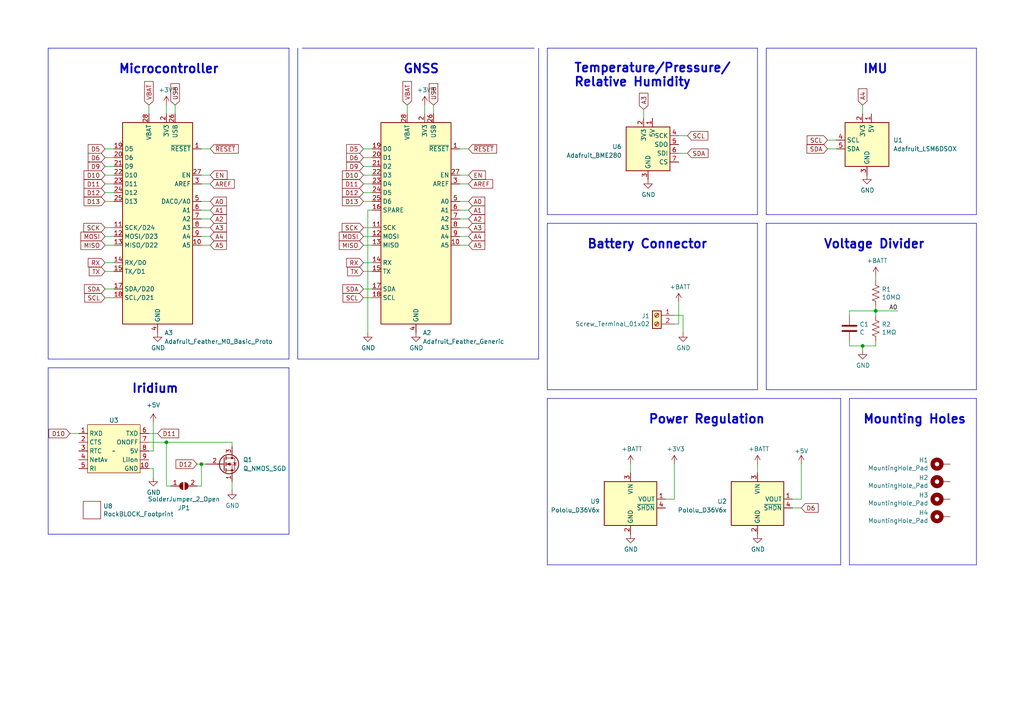
<source format=kicad_sch>
(kicad_sch (version 20231120) (generator "eeschema") (generator_version "8.0")
  (paper "A4")
  (title_block (title "Cryologger Ice Tracking Beacon") (date "2024-05-01") (rev "v3.2") (comment 1 "© 2024. This work is openly licensed via CC BY-NC-SA 4.0.") (comment 2 "Designed by: Adam Garbo"))
  (lib_symbols
    (symbol "Connector:Screw_Terminal_01x02" (pin_names (offset 1.016) hide)
      (property "Reference" "J" (at 0 2.54 0))
      (property "Value" "Screw_Terminal_01x02" (at 0 -5.08 0))
      (symbol "Screw_Terminal_01x02_1_1"
        (rectangle (start -1.27 1.27) (end 1.27 -3.81) (stroke (width 0.254)) (fill (type background)))
        (circle (center 0 -2.54) (radius 0.635) (stroke (width 0.1524)))
        (polyline (pts (xy -0.5334 -2.2098) (xy 0.3302 -3.048)) (stroke (width 0.1524)))
        (polyline (pts (xy -0.5334 0.3302) (xy 0.3302 -0.508)) (stroke (width 0.1524)))
        (polyline (pts (xy -0.3556 -2.032) (xy 0.508 -2.8702)) (stroke (width 0.1524)))
        (polyline (pts (xy -0.3556 0.508) (xy 0.508 -0.3302)) (stroke (width 0.1524)))
        (circle (center 0 0) (radius 0.635) (stroke (width 0.1524)))
        (pin passive line (at -5.08 0 0) (length 3.81) (name "Pin_1") (number "1"))
        (pin passive line (at -5.08 -2.54 0) (length 3.81) (name "Pin_2") (number "2"))
      )
    )
    (symbol "Cryologger-ITB-rescue:RockBLOCK_Footprint-Cryologger" (pin_names (offset 1.016))
      (property "Reference" "U" (at 0 8.89 0))
      (property "Value" "RockBLOCK_Footprint-Cryologger" (at 0 -10.16 0))
      (symbol "RockBLOCK_Footprint-Cryologger_0_1"
        (rectangle (start -2.54 2.54) (end 2.54 -2.54))
      )
    )
    (symbol "Cryologger:Adafruit_BME280"
      (property "Reference" "U" (at 0 8.89 0))
      (property "Value" "Adafruit_BME280" (at 0 -7.62 0))
      (symbol "Adafruit_BME280_0_1"
        (rectangle (start -6.35 6.35) (end 6.35 -6.35) (stroke (width 0.254)) (fill (type background)))
      )
      (symbol "Adafruit_BME280_1_1"
        (pin power_in line (at 1.27 8.89 270) (length 2.54) (name "5V") (number "1"))
        (pin power_in line (at -1.27 8.89 270) (length 2.54) (name "3V3") (number "2"))
        (pin power_in line (at 0 -8.89 90) (length 2.54) (name "GND") (number "3"))
        (pin input line (at 8.89 3.81 180) (length 2.54) (name "SCK") (number "4"))
        (pin input line (at 8.89 1.27 180) (length 2.54) (name "SDO") (number "5"))
        (pin input line (at 8.89 -1.27 180) (length 2.54) (name "SDI") (number "6"))
        (pin input line (at 8.89 -3.81 180) (length 2.54) (name "CS") (number "7"))
      )
    )
    (symbol "Cryologger:Adafruit_LSM6DSOX"
      (property "Reference" "U1" (at 1.9559 -8.89 0))
      (property "Value" "Adafruit_LSM6DSOX" (at 1.9559 -11.43 0))
      (symbol "Adafruit_LSM6DSOX_0_1"
        (rectangle (start -6.35 6.35) (end 6.35 -6.35) (stroke (width 0.254)) (fill (type background)))
      )
      (symbol "Adafruit_LSM6DSOX_1_1"
        (pin power_in line (at 1.27 8.89 270) (length 2.54) (name "5V") (number "1"))
        (pin power_in line (at -1.27 8.89 270) (length 2.54) (name "3V3") (number "2"))
        (pin power_in line (at 0 -8.89 90) (length 2.54) (name "GND") (number "3"))
        (pin input line (at -8.89 1.27 0) (length 2.54) (name "SCL") (number "4"))
        (pin input line (at -8.89 -1.27 0) (length 2.54) (name "SDA") (number "5"))
      )
    )
    (symbol "Cryologger:Pololu_D36V6x"
      (property "Reference" "U" (at -7.62 7.62 0))
      (property "Value" "Pololu_D36V6x" (at 10.16 7.62 0))
      (symbol "Pololu_D36V6x_0_1"
        (rectangle (start -7.62 5.08) (end 7.62 -7.62) (stroke (width 0.254)) (fill (type background)))
      )
      (symbol "Pololu_D36V6x_1_1"
        (pin power_out line (at 10.16 0 180) (length 2.54) (name "VOUT") (number "1"))
        (pin power_in line (at 0 -10.16 90) (length 2.54) (name "GND") (number "2"))
        (pin power_in line (at 0 7.62 270) (length 2.54) (name "VIN") (number "3"))
        (pin input line (at 10.16 -2.54 180) (length 2.54) (name "~{SHDN}") (number "4"))
      )
    )
    (symbol "Cryologger:RockBLOCK_9603"
      (property "Reference" "U" (at 0 0 0))
      (symbol "RockBLOCK_9603_0_1"
        (rectangle (start -7.62 7.62) (end 7.62 -6.35) (fill (type background)))
      )
      (symbol "RockBLOCK_9603_1_1"
        (pin input line (at -10.16 5.08 0) (length 2.54) (name "RXD") (number "1"))
        (pin input line (at 10.16 -5.08 180) (length 2.54) (name "GND") (number "10"))
        (pin input line (at -10.16 2.54 0) (length 2.54) (name "CTS") (number "2"))
        (pin input line (at -10.16 0 0) (length 2.54) (name "RTC") (number "3"))
        (pin input line (at -10.16 -2.54 0) (length 2.54) (name "NetAv") (number "4"))
        (pin input line (at -10.16 -5.08 0) (length 2.54) (name "RI") (number "5"))
        (pin input line (at 10.16 5.08 180) (length 2.54) (name "TXD") (number "6"))
        (pin input line (at 10.16 2.54 180) (length 2.54) (name "ONOFF") (number "7"))
        (pin input line (at 10.16 0 180) (length 2.54) (name "5V") (number "8"))
        (pin input line (at 10.16 -2.54 180) (length 2.54) (name "LiIon") (number "9"))
      )
    )
    (symbol "Device:C" (pin_numbers hide) (pin_names (offset 0.254))
      (property "Reference" "C" (at 0.635 2.54 0))
      (property "Value" "C" (at 0.635 -2.54 0))
      (symbol "C_0_1"
        (polyline (pts (xy -2.032 -0.762) (xy 2.032 -0.762)) (stroke (width 0.508)))
        (polyline (pts (xy -2.032 0.762) (xy 2.032 0.762)) (stroke (width 0.508)))
      )
      (symbol "C_1_1"
        (pin passive line (at 0 3.81 270) (length 2.794) (name "~") (number "1"))
        (pin passive line (at 0 -3.81 90) (length 2.794) (name "~") (number "2"))
      )
    )
    (symbol "Device:Q_NMOS_SGD" (pin_names (offset 0) hide)
      (property "Reference" "Q" (at 5.08 1.27 0))
      (property "Value" "Q_NMOS_SGD" (at 5.08 -1.27 0))
      (symbol "Q_NMOS_SGD_0_1"
        (polyline (pts (xy 0.254 0) (xy -2.54 0)))
        (polyline (pts (xy 0.254 1.905) (xy 0.254 -1.905)) (stroke (width 0.254)))
        (polyline (pts (xy 0.762 -1.27) (xy 0.762 -2.286)) (stroke (width 0.254)))
        (polyline (pts (xy 0.762 0.508) (xy 0.762 -0.508)) (stroke (width 0.254)))
        (polyline (pts (xy 0.762 2.286) (xy 0.762 1.27)) (stroke (width 0.254)))
        (polyline (pts (xy 2.54 2.54) (xy 2.54 1.778)))
        (polyline (pts (xy 2.54 -2.54) (xy 2.54 0) (xy 0.762 0)))
        (polyline (pts (xy 0.762 -1.778) (xy 3.302 -1.778) (xy 3.302 1.778) (xy 0.762 1.778)))
        (polyline (pts (xy 1.016 0) (xy 2.032 0.381) (xy 2.032 -0.381) (xy 1.016 0)) (fill (type outline)))
        (polyline (pts (xy 2.794 0.508) (xy 2.921 0.381) (xy 3.683 0.381) (xy 3.81 0.254)))
        (polyline (pts (xy 3.302 0.381) (xy 2.921 -0.254) (xy 3.683 -0.254) (xy 3.302 0.381)))
        (circle (center 1.651 0) (radius 2.794) (stroke (width 0.254)))
        (circle (center 2.54 -1.778) (radius 0.254) (fill (type outline)))
        (circle (center 2.54 1.778) (radius 0.254) (fill (type outline)))
      )
      (symbol "Q_NMOS_SGD_1_1"
        (pin passive line (at 2.54 -5.08 90) (length 2.54) (name "S") (number "1"))
        (pin input line (at -5.08 0 0) (length 5.08) (name "G") (number "2"))
        (pin passive line (at 2.54 5.08 270) (length 2.54) (name "D") (number "3"))
      )
    )
    (symbol "Device:R_US" (pin_numbers hide) (pin_names (offset 0))
      (property "Reference" "R" (at 2.54 0 90))
      (property "Value" "R_US" (at -2.54 0 90))
      (symbol "R_US_0_1"
        (polyline (pts (xy 0 -2.286) (xy 0 -2.54)))
        (polyline (pts (xy 0 2.286) (xy 0 2.54)))
        (polyline (pts (xy 0 -0.762) (xy 1.016 -1.143) (xy 0 -1.524) (xy -1.016 -1.905) (xy 0 -2.286)))
        (polyline (pts (xy 0 0.762) (xy 1.016 0.381) (xy 0 0) (xy -1.016 -0.381) (xy 0 -0.762)))
        (polyline (pts (xy 0 2.286) (xy 1.016 1.905) (xy 0 1.524) (xy -1.016 1.143) (xy 0 0.762)))
      )
      (symbol "R_US_1_1"
        (pin passive line (at 0 3.81 270) (length 1.27) (name "~") (number "1"))
        (pin passive line (at 0 -3.81 90) (length 1.27) (name "~") (number "2"))
      )
    )
    (symbol "Jumper:SolderJumper_2_Open" (pin_names (offset 0) hide)
      (property "Reference" "JP" (at 0 2.032 0))
      (property "Value" "SolderJumper_2_Open" (at 0 -2.54 0))
      (symbol "SolderJumper_2_Open_0_1"
        (arc (start -0.254 1.016) (mid -1.2656 0) (end -0.254 -1.016))
        (arc (start -0.254 1.016) (mid -1.2656 0) (end -0.254 -1.016) (fill (type outline)))
        (polyline (pts (xy -0.254 1.016) (xy -0.254 -1.016)))
        (polyline (pts (xy 0.254 1.016) (xy 0.254 -1.016)))
        (arc (start 0.254 -1.016) (mid 1.2656 0) (end 0.254 1.016))
        (arc (start 0.254 -1.016) (mid 1.2656 0) (end 0.254 1.016) (fill (type outline)))
      )
      (symbol "SolderJumper_2_Open_1_1"
        (pin passive line (at -3.81 0 0) (length 2.54) (name "A") (number "1"))
        (pin passive line (at 3.81 0 180) (length 2.54) (name "B") (number "2"))
      )
    )
    (symbol "MCU_Module:Adafruit_Feather_Generic"
      (property "Reference" "A" (at -10.16 29.21 0))
      (property "Value" "Adafruit_Feather_Generic" (at 2.54 -31.75 0))
      (symbol "Adafruit_Feather_Generic_0_1"
        (rectangle (start -10.16 27.94) (end 10.16 -30.48) (stroke (width 0.254)) (fill (type background)))
      )
      (symbol "Adafruit_Feather_Generic_1_1"
        (pin input line (at 12.7 20.32 180) (length 2.54) (name "~{RESET}") (number "1"))
        (pin bidirectional line (at 12.7 -7.62 180) (length 2.54) (name "A5") (number "10"))
        (pin bidirectional line (at -12.7 -2.54 0) (length 2.54) (name "SCK") (number "11"))
        (pin bidirectional line (at -12.7 -5.08 0) (length 2.54) (name "MOSI") (number "12"))
        (pin bidirectional line (at -12.7 -7.62 0) (length 2.54) (name "MISO") (number "13"))
        (pin bidirectional line (at -12.7 -12.7 0) (length 2.54) (name "RX") (number "14"))
        (pin bidirectional line (at -12.7 -15.24 0) (length 2.54) (name "TX") (number "15"))
        (pin bidirectional line (at -12.7 2.54 0) (length 2.54) (name "SPARE") (number "16"))
        (pin bidirectional line (at -12.7 -20.32 0) (length 2.54) (name "SDA") (number "17"))
        (pin bidirectional line (at -12.7 -22.86 0) (length 2.54) (name "SCL") (number "18"))
        (pin bidirectional line (at -12.7 20.32 0) (length 2.54) (name "D0") (number "19"))
        (pin power_in line (at 2.54 30.48 270) (length 2.54) (name "3V3") (number "2"))
        (pin bidirectional line (at -12.7 17.78 0) (length 2.54) (name "D1") (number "20"))
        (pin bidirectional line (at -12.7 15.24 0) (length 2.54) (name "D2") (number "21"))
        (pin bidirectional line (at -12.7 12.7 0) (length 2.54) (name "D3") (number "22"))
        (pin bidirectional line (at -12.7 10.16 0) (length 2.54) (name "D4") (number "23"))
        (pin bidirectional line (at -12.7 7.62 0) (length 2.54) (name "D5") (number "24"))
        (pin bidirectional line (at -12.7 5.08 0) (length 2.54) (name "D6") (number "25"))
        (pin power_in line (at 5.08 30.48 270) (length 2.54) (name "USB") (number "26"))
        (pin input line (at 12.7 12.7 180) (length 2.54) (name "EN") (number "27"))
        (pin power_in line (at -2.54 30.48 270) (length 2.54) (name "VBAT") (number "28"))
        (pin input line (at 12.7 10.16 180) (length 2.54) (name "AREF") (number "3"))
        (pin power_in line (at 0 -33.02 90) (length 2.54) (name "GND") (number "4"))
        (pin bidirectional line (at 12.7 5.08 180) (length 2.54) (name "A0") (number "5"))
        (pin bidirectional line (at 12.7 2.54 180) (length 2.54) (name "A1") (number "6"))
        (pin bidirectional line (at 12.7 0 180) (length 2.54) (name "A2") (number "7"))
        (pin bidirectional line (at 12.7 -2.54 180) (length 2.54) (name "A3") (number "8"))
        (pin bidirectional line (at 12.7 -5.08 180) (length 2.54) (name "A4") (number "9"))
      )
    )
    (symbol "MCU_Module:Adafruit_Feather_M0_Basic_Proto"
      (property "Reference" "A" (at -10.16 29.21 0))
      (property "Value" "Adafruit_Feather_M0_Basic_Proto" (at 2.54 -31.75 0))
      (symbol "Adafruit_Feather_M0_Basic_Proto_0_1"
        (rectangle (start -10.16 27.94) (end 10.16 -30.48) (stroke (width 0.254)) (fill (type background)))
      )
      (symbol "Adafruit_Feather_M0_Basic_Proto_1_1"
        (pin input line (at 12.7 20.32 180) (length 2.54) (name "~{RESET}") (number "1"))
        (pin bidirectional line (at 12.7 -7.62 180) (length 2.54) (name "A5") (number "10"))
        (pin bidirectional line (at -12.7 -2.54 0) (length 2.54) (name "SCK/D24") (number "11"))
        (pin bidirectional line (at -12.7 -5.08 0) (length 2.54) (name "MOSI/D23") (number "12"))
        (pin bidirectional line (at -12.7 -7.62 0) (length 2.54) (name "MISO/D22") (number "13"))
        (pin bidirectional line (at -12.7 -12.7 0) (length 2.54) (name "RX/D0") (number "14"))
        (pin bidirectional line (at -12.7 -15.24 0) (length 2.54) (name "TX/D1") (number "15"))
        (pin passive line (at 0 -33.02 90) (length 2.54) hide (name "GND") (number "16"))
        (pin bidirectional line (at -12.7 -20.32 0) (length 2.54) (name "SDA/D20") (number "17"))
        (pin bidirectional line (at -12.7 -22.86 0) (length 2.54) (name "SCL/D21") (number "18"))
        (pin bidirectional line (at -12.7 20.32 0) (length 2.54) (name "D5") (number "19"))
        (pin power_in line (at 2.54 30.48 270) (length 2.54) (name "3V3") (number "2"))
        (pin bidirectional line (at -12.7 17.78 0) (length 2.54) (name "D6") (number "20"))
        (pin bidirectional line (at -12.7 15.24 0) (length 2.54) (name "D9") (number "21"))
        (pin bidirectional line (at -12.7 12.7 0) (length 2.54) (name "D10") (number "22"))
        (pin bidirectional line (at -12.7 10.16 0) (length 2.54) (name "D11") (number "23"))
        (pin bidirectional line (at -12.7 7.62 0) (length 2.54) (name "D12") (number "24"))
        (pin bidirectional line (at -12.7 5.08 0) (length 2.54) (name "D13") (number "25"))
        (pin power_in line (at 5.08 30.48 270) (length 2.54) (name "USB") (number "26"))
        (pin input line (at 12.7 12.7 180) (length 2.54) (name "EN") (number "27"))
        (pin power_in line (at -2.54 30.48 270) (length 2.54) (name "VBAT") (number "28"))
        (pin input line (at 12.7 10.16 180) (length 2.54) (name "AREF") (number "3"))
        (pin power_in line (at 0 -33.02 90) (length 2.54) (name "GND") (number "4"))
        (pin bidirectional line (at 12.7 5.08 180) (length 2.54) (name "DAC0/A0") (number "5"))
        (pin bidirectional line (at 12.7 2.54 180) (length 2.54) (name "A1") (number "6"))
        (pin bidirectional line (at 12.7 0 180) (length 2.54) (name "A2") (number "7"))
        (pin bidirectional line (at 12.7 -2.54 180) (length 2.54) (name "A3") (number "8"))
        (pin bidirectional line (at 12.7 -5.08 180) (length 2.54) (name "A4") (number "9"))
      )
    )
    (symbol "Mechanical:MountingHole_Pad" (pin_numbers hide) (pin_names (offset 1.016) hide)
      (property "Reference" "H" (at 0 6.35 0))
      (property "Value" "MountingHole_Pad" (at 0 4.445 0))
      (symbol "MountingHole_Pad_0_1"
        (circle (center 0 1.27) (radius 1.27) (stroke (width 1.27)))
      )
      (symbol "MountingHole_Pad_1_1"
        (pin input line (at 0 -2.54 90) (length 2.54) (name "1") (number "1"))
      )
    )
    (symbol "power:+3V3" (power) (pin_names (offset 0))
      (property "Value" "+3V3" (at 0 3.556 0))
      (symbol "+3V3_0_1"
        (polyline (pts (xy -0.762 1.27) (xy 0 2.54)))
        (polyline (pts (xy 0 0) (xy 0 2.54)))
        (polyline (pts (xy 0 2.54) (xy 0.762 1.27)))
      )
      (symbol "+3V3_1_1"
        (pin power_in line (at 0 0 90) (length 0) hide (name "+3V3") (number "1"))
      )
    )
    (symbol "power:+5V" (power) (pin_names (offset 0))
      (property "Value" "+5V" (at 0 3.556 0))
      (symbol "+5V_0_1"
        (polyline (pts (xy -0.762 1.27) (xy 0 2.54)))
        (polyline (pts (xy 0 0) (xy 0 2.54)))
        (polyline (pts (xy 0 2.54) (xy 0.762 1.27)))
      )
      (symbol "+5V_1_1"
        (pin power_in line (at 0 0 90) (length 0) hide (name "+5V") (number "1"))
      )
    )
    (symbol "power:+BATT" (power) (pin_names (offset 0))
      (property "Value" "+BATT" (at 0 3.556 0))
      (symbol "+BATT_0_1"
        (polyline (pts (xy -0.762 1.27) (xy 0 2.54)))
        (polyline (pts (xy 0 0) (xy 0 2.54)))
        (polyline (pts (xy 0 2.54) (xy 0.762 1.27)))
      )
      (symbol "+BATT_1_1"
        (pin power_in line (at 0 0 90) (length 0) hide (name "+BATT") (number "1"))
      )
    )
    (symbol "power:GND" (power) (pin_names (offset 0))
      (property "Value" "GND" (at 0 -3.81 0))
      (symbol "GND_0_1"
        (polyline (pts (xy 0 0) (xy 0 -1.27) (xy 1.27 -1.27) (xy 0 -2.54) (xy -1.27 -1.27) (xy 0 -1.27)))
      )
      (symbol "GND_1_1"
        (pin power_in line (at 0 0 270) (length 0) hide (name "GND") (number "1"))
      )
    )
  )
  (junction (at 250.19 100.33))
  (junction (at 48.26 128.27))
  (junction (at 254 90.17))
  (junction (at 58.42 134.62))
  (polyline (pts (xy 158.75 64.77) (xy 219.71 64.77)))
  (polyline (pts (xy 246.38 163.83) (xy 246.38 115.57)))
  (polyline (pts (xy 283.21 113.03) (xy 222.25 113.03)))
  (wire (pts (xy 30.48 53.34) (xy 33.02 53.34)))
  (wire (pts (xy 182.88 137.16) (xy 182.88 134.62)))
  (wire (pts (xy 60.96 71.12) (xy 58.42 71.12)))
  (wire (pts (xy 254 81.28) (xy 254 80.01)))
  (polyline (pts (xy 219.71 64.77) (xy 219.71 113.03)))
  (wire (pts (xy 22.86 125.73) (xy 20.32 125.73)))
  (wire (pts (xy 43.18 128.27) (xy 48.26 128.27)))
  (wire (pts (xy 186.69 34.29) (xy 186.69 31.75)))
  (polyline (pts (xy 222.25 113.03) (xy 222.25 64.77)))
  (polyline (pts (xy 243.84 115.57) (xy 243.84 163.83)))
  (wire (pts (xy 254 91.44) (xy 254 90.17)))
  (wire (pts (xy 135.89 50.8) (xy 133.35 50.8)))
  (wire (pts (xy 135.89 60.96) (xy 133.35 60.96)))
  (wire (pts (xy 193.04 144.78) (xy 195.58 144.78)))
  (polyline (pts (xy 283.21 62.23) (xy 283.21 13.97)))
  (wire (pts (xy 67.31 139.7) (xy 67.31 142.24)))
  (wire (pts (xy 135.89 66.04) (xy 133.35 66.04)))
  (wire (pts (xy 105.41 50.8) (xy 107.95 50.8)))
  (wire (pts (xy 135.89 68.58) (xy 133.35 68.58)))
  (polyline (pts (xy 83.82 154.94) (xy 13.97 154.94)))
  (wire (pts (xy 43.18 30.48) (xy 43.18 33.02)))
  (polyline (pts (xy 83.82 13.97) (xy 83.82 104.14)))
  (wire (pts (xy 30.48 55.88) (xy 33.02 55.88)))
  (wire (pts (xy 30.48 86.36) (xy 33.02 86.36)))
  (wire (pts (xy 44.45 135.89) (xy 44.45 138.43)))
  (wire (pts (xy 30.48 71.12) (xy 33.02 71.12)))
  (wire (pts (xy 67.31 128.27) (xy 67.31 129.54)))
  (polyline (pts (xy 13.97 104.14) (xy 83.82 104.14)))
  (wire (pts (xy 60.96 50.8) (xy 58.42 50.8)))
  (wire (pts (xy 105.41 45.72) (xy 107.95 45.72)))
  (wire (pts (xy 135.89 71.12) (xy 133.35 71.12)))
  (wire (pts (xy 30.48 66.04) (xy 33.02 66.04)))
  (wire (pts (xy 240.03 43.18) (xy 242.57 43.18)))
  (polyline (pts (xy 222.25 62.23) (xy 283.21 62.23)))
  (wire (pts (xy 246.38 91.44) (xy 246.38 90.17)))
  (polyline (pts (xy 219.71 13.97) (xy 158.75 13.97)))
  (wire (pts (xy 199.39 39.37) (xy 196.85 39.37)))
  (wire (pts (xy 135.89 53.34) (xy 133.35 53.34)))
  (wire (pts (xy 125.73 30.48) (xy 125.73 33.02)))
  (wire (pts (xy 60.96 63.5) (xy 58.42 63.5)))
  (polyline (pts (xy 283.21 163.83) (xy 246.38 163.83)))
  (wire (pts (xy 232.41 134.62) (xy 232.41 144.78)))
  (wire (pts (xy 60.96 53.34) (xy 58.42 53.34)))
  (polyline (pts (xy 219.71 62.23) (xy 219.71 13.97)))
  (polyline (pts (xy 222.25 62.23) (xy 222.25 13.97)))
  (wire (pts (xy 105.41 83.82) (xy 107.95 83.82)))
  (wire (pts (xy 60.96 60.96) (xy 58.42 60.96)))
  (wire (pts (xy 250.19 33.02) (xy 250.19 30.48)))
  (polyline (pts (xy 246.38 115.57) (xy 283.21 115.57)))
  (wire (pts (xy 105.41 55.88) (xy 107.95 55.88)))
  (wire (pts (xy 123.19 30.48) (xy 123.19 33.02)))
  (wire (pts (xy 30.48 83.82) (xy 33.02 83.82)))
  (wire (pts (xy 198.12 91.44) (xy 198.12 96.52)))
  (polyline (pts (xy 87.63 13.97) (xy 154.94 13.97)))
  (wire (pts (xy 60.96 43.18) (xy 58.42 43.18)))
  (wire (pts (xy 60.96 66.04) (xy 58.42 66.04)))
  (wire (pts (xy 135.89 58.42) (xy 133.35 58.42)))
  (wire (pts (xy 229.87 147.32) (xy 232.41 147.32)))
  (wire (pts (xy 250.19 100.33) (xy 246.38 100.33)))
  (wire (pts (xy 106.68 96.52) (xy 106.68 60.96)))
  (polyline (pts (xy 158.75 62.23) (xy 219.71 62.23)))
  (polyline (pts (xy 222.25 64.77) (xy 283.21 64.77)))
  (wire (pts (xy 57.15 134.62) (xy 58.42 134.62)))
  (wire (pts (xy 50.8 30.48) (xy 50.8 33.02)))
  (wire (pts (xy 58.42 134.62) (xy 58.42 140.97)))
  (wire (pts (xy 60.96 58.42) (xy 58.42 58.42)))
  (wire (pts (xy 30.48 68.58) (xy 33.02 68.58)))
  (polyline (pts (xy 158.75 115.57) (xy 158.75 163.83)))
  (wire (pts (xy 196.85 44.45) (xy 199.39 44.45)))
  (wire (pts (xy 105.41 58.42) (xy 107.95 58.42)))
  (polyline (pts (xy 13.97 13.97) (xy 13.97 104.14)))
  (wire (pts (xy 30.48 76.2) (xy 33.02 76.2)))
  (wire (pts (xy 30.48 78.74) (xy 33.02 78.74)))
  (polyline (pts (xy 83.82 106.68) (xy 83.82 154.94)))
  (wire (pts (xy 195.58 91.44) (xy 198.12 91.44)))
  (wire (pts (xy 254 90.17) (xy 260.35 90.17)))
  (wire (pts (xy 44.45 130.81) (xy 44.45 122.555)))
  (wire (pts (xy 246.38 100.33) (xy 246.38 99.06)))
  (wire (pts (xy 195.58 93.98) (xy 196.85 93.98)))
  (wire (pts (xy 254 99.06) (xy 254 100.33)))
  (wire (pts (xy 43.18 135.89) (xy 44.45 135.89)))
  (polyline (pts (xy 86.36 104.14) (xy 86.36 13.97)))
  (wire (pts (xy 105.41 86.36) (xy 107.95 86.36)))
  (wire (pts (xy 135.89 43.18) (xy 133.35 43.18)))
  (wire (pts (xy 105.41 78.74) (xy 107.95 78.74)))
  (wire (pts (xy 195.58 134.62) (xy 195.58 144.78)))
  (wire (pts (xy 254 90.17) (xy 254 88.9)))
  (polyline (pts (xy 283.21 115.57) (xy 283.21 163.83)))
  (wire (pts (xy 105.41 71.12) (xy 107.95 71.12)))
  (wire (pts (xy 105.41 48.26) (xy 107.95 48.26)))
  (wire (pts (xy 118.11 30.48) (xy 118.11 33.02)))
  (wire (pts (xy 48.26 30.48) (xy 48.26 33.02)))
  (wire (pts (xy 229.87 144.78) (xy 232.41 144.78)))
  (wire (pts (xy 135.89 63.5) (xy 133.35 63.5)))
  (wire (pts (xy 219.71 137.16) (xy 219.71 134.62)))
  (polyline (pts (xy 158.75 13.97) (xy 158.75 62.23)))
  (wire (pts (xy 105.41 68.58) (xy 107.95 68.58)))
  (wire (pts (xy 30.48 48.26) (xy 33.02 48.26)))
  (polyline (pts (xy 13.97 154.94) (xy 13.97 106.68)))
  (wire (pts (xy 105.41 76.2) (xy 107.95 76.2)))
  (polyline (pts (xy 156.21 13.97) (xy 156.21 104.14)))
  (polyline (pts (xy 219.71 113.03) (xy 158.75 113.03)))
  (wire (pts (xy 105.41 53.34) (xy 107.95 53.34)))
  (wire (pts (xy 48.26 140.97) (xy 49.53 140.97)))
  (wire (pts (xy 45.72 125.73) (xy 43.18 125.73)))
  (wire (pts (xy 30.48 50.8) (xy 33.02 50.8)))
  (wire (pts (xy 106.68 60.96) (xy 107.95 60.96)))
  (wire (pts (xy 60.96 68.58) (xy 58.42 68.58)))
  (wire (pts (xy 30.48 58.42) (xy 33.02 58.42)))
  (wire (pts (xy 57.15 140.97) (xy 58.42 140.97)))
  (polyline (pts (xy 158.75 113.03) (xy 158.75 64.77)))
  (wire (pts (xy 58.42 134.62) (xy 59.69 134.62)))
  (wire (pts (xy 196.85 93.98) (xy 196.85 87.63)))
  (wire (pts (xy 105.41 43.18) (xy 107.95 43.18)))
  (wire (pts (xy 43.18 130.81) (xy 44.45 130.81)))
  (wire (pts (xy 254 100.33) (xy 250.19 100.33)))
  (polyline (pts (xy 158.75 115.57) (xy 243.84 115.57)))
  (wire (pts (xy 48.26 128.27) (xy 67.31 128.27)))
  (polyline (pts (xy 158.75 163.83) (xy 243.84 163.83)))
  (polyline (pts (xy 13.97 13.97) (xy 83.82 13.97)))
  (wire (pts (xy 105.41 66.04) (xy 107.95 66.04)))
  (polyline (pts (xy 222.25 13.97) (xy 283.21 13.97)))
  (wire (pts (xy 48.26 128.27) (xy 48.26 140.97)))
  (polyline (pts (xy 283.21 64.77) (xy 283.21 113.03)))
  (polyline (pts (xy 86.36 104.14) (xy 156.21 104.14)))
  (wire (pts (xy 250.19 101.6) (xy 250.19 100.33)))
  (polyline (pts (xy 13.97 106.68) (xy 83.82 106.68)))
  (wire (pts (xy 242.57 40.64) (xy 240.03 40.64)))
  (wire (pts (xy 30.48 43.18) (xy 33.02 43.18)))
  (wire (pts (xy 30.48 45.72) (xy 33.02 45.72)))
  (wire (pts (xy 246.38 90.17) (xy 254 90.17)))
  (text "Microcontroller" (at 34.29 21.59 0) (effects (font (size 2.54 2.54) (thickness 0.508) (bold yes)) (justify left bottom)))
  (text "Power Regulation" (at 187.96 123.19 0) (effects (font (size 2.54 2.54) (thickness 0.508) (bold yes)) (justify left bottom)))
  (text "Iridium" (at 38.1 114.3 0) (effects (font (size 2.54 2.54) (thickness 0.508) (bold yes)) (justify left bottom)))
  (text "Mounting Holes" (at 250.19 123.19 0) (effects (font (size 2.54 2.54) (thickness 0.508) (bold yes)) (justify left bottom)))
  (text "Battery Connector\n" (at 170.18 72.39 0) (effects (font (size 2.54 2.54) (thickness 0.508) (bold yes)) (justify left bottom)))
  (text "IMU" (at 250.19 21.59 0) (effects (font (size 2.54 2.54) (thickness 0.508) (bold yes)) (justify left bottom)))
  (text "Voltage Divider" (at 238.76 72.39 0) (effects (font (size 2.54 2.54) (thickness 0.508) (bold yes)) (justify left bottom)))
  (text "Temperature/Pressure/\nRelative Humidity\n" (at 166.37 25.4 0) (effects (font (size 2.54 2.54) (thickness 0.508) (bold yes)) (justify left bottom)))
  (text "GNSS" (at 116.84 21.59 0) (effects (font (size 2.54 2.54) (thickness 0.508) (bold yes)) (justify left bottom)))
  (label "A0" (at 260.35 90.17 180))
  (global_label "A0" (shape input) (at 135.89 58.42 0) (property "Intersheetrefs" "${INTERSHEET_REFS}" (effects (hide yes))))
  (global_label "A1" (shape input) (at 60.96 60.96 0) (property "Intersheetrefs" "${INTERSHEET_REFS}" (effects (hide yes))))
  (global_label "RX" (shape input) (at 105.41 76.2 180) (property "Intersheetrefs" "${INTERSHEET_REFS}" (effects (hide yes))))
  (global_label "D12" (shape input) (at 30.48 55.88 180) (property "Intersheetrefs" "${INTERSHEET_REFS}" (effects (hide yes))))
  (global_label "D5" (shape input) (at 30.48 43.18 180) (property "Intersheetrefs" "${INTERSHEET_REFS}" (effects (hide yes))))
  (global_label "D11" (shape input) (at 30.48 53.34 180) (property "Intersheetrefs" "${INTERSHEET_REFS}" (effects (hide yes))))
  (global_label "D9" (shape input) (at 30.48 48.26 180) (property "Intersheetrefs" "${INTERSHEET_REFS}" (effects (hide yes))))
  (global_label "D12" (shape input) (at 105.41 55.88 180) (property "Intersheetrefs" "${INTERSHEET_REFS}" (effects (hide yes))))
  (global_label "A3" (shape input) (at 135.89 66.04 0) (property "Intersheetrefs" "${INTERSHEET_REFS}" (effects (hide yes))))
  (global_label "A5" (shape input) (at 60.96 71.12 0) (property "Intersheetrefs" "${INTERSHEET_REFS}" (effects (hide yes))))
  (global_label "RX" (shape input) (at 30.48 76.2 180) (property "Intersheetrefs" "${INTERSHEET_REFS}" (effects (hide yes))))
  (global_label "~{RESET}" (shape input) (at 135.89 43.18 0) (property "Intersheetrefs" "${INTERSHEET_REFS}" (effects (hide yes))))
  (global_label "D10" (shape input) (at 20.32 125.73 180) (property "Intersheetrefs" "${INTERSHEET_REFS}" (effects (hide yes))))
  (global_label "A2" (shape input) (at 135.89 63.5 0) (property "Intersheetrefs" "${INTERSHEET_REFS}" (effects (hide yes))))
  (global_label "MISO" (shape input) (at 30.48 71.12 180) (property "Intersheetrefs" "${INTERSHEET_REFS}" (effects (hide yes))))
  (global_label "D11" (shape input) (at 105.41 53.34 180) (property "Intersheetrefs" "${INTERSHEET_REFS}" (effects (hide yes))))
  (global_label "D6" (shape input) (at 232.41 147.32 0) (property "Intersheetrefs" "${INTERSHEET_REFS}" (effects (hide yes))))
  (global_label "A3" (shape input) (at 60.96 66.04 0) (property "Intersheetrefs" "${INTERSHEET_REFS}" (effects (hide yes))))
  (global_label "EN" (shape input) (at 60.96 50.8 0) (property "Intersheetrefs" "${INTERSHEET_REFS}" (effects (hide yes))))
  (global_label "D9" (shape input) (at 105.41 48.26 180) (property "Intersheetrefs" "${INTERSHEET_REFS}" (effects (hide yes))))
  (global_label "A3" (shape input) (at 186.69 31.75 90) (property "Intersheetrefs" "${INTERSHEET_REFS}" (effects (hide yes))))
  (global_label "D10" (shape input) (at 105.41 50.8 180) (property "Intersheetrefs" "${INTERSHEET_REFS}" (effects (hide yes))))
  (global_label "TX" (shape input) (at 105.41 78.74 180) (property "Intersheetrefs" "${INTERSHEET_REFS}" (effects (hide yes))))
  (global_label "A1" (shape input) (at 135.89 60.96 0) (property "Intersheetrefs" "${INTERSHEET_REFS}" (effects (hide yes))))
  (global_label "TX" (shape input) (at 30.48 78.74 180) (property "Intersheetrefs" "${INTERSHEET_REFS}" (effects (hide yes))))
  (global_label "SDA" (shape input) (at 30.48 83.82 180) (property "Intersheetrefs" "${INTERSHEET_REFS}" (effects (hide yes))))
  (global_label "A4" (shape input) (at 60.96 68.58 0) (property "Intersheetrefs" "${INTERSHEET_REFS}" (effects (hide yes))))
  (global_label "SCL" (shape input) (at 105.41 86.36 180) (property "Intersheetrefs" "${INTERSHEET_REFS}" (effects (hide yes))))
  (global_label "EN" (shape input) (at 135.89 50.8 0) (property "Intersheetrefs" "${INTERSHEET_REFS}" (effects (hide yes))))
  (global_label "D11" (shape input) (at 45.72 125.73 0) (property "Intersheetrefs" "${INTERSHEET_REFS}" (effects (hide yes))))
  (global_label "D12" (shape input) (at 57.15 134.62 180) (property "Intersheetrefs" "${INTERSHEET_REFS}" (effects (hide yes))))
  (global_label "SCL" (shape input) (at 199.39 39.37 0) (property "Intersheetrefs" "${INTERSHEET_REFS}" (effects (hide yes))))
  (global_label "SDA" (shape input) (at 199.39 44.45 0) (property "Intersheetrefs" "${INTERSHEET_REFS}" (effects (hide yes))))
  (global_label "AREF" (shape input) (at 135.89 53.34 0) (property "Intersheetrefs" "${INTERSHEET_REFS}" (effects (hide yes))))
  (global_label "SCL" (shape input) (at 30.48 86.36 180) (property "Intersheetrefs" "${INTERSHEET_REFS}" (effects (hide yes))))
  (global_label "~{RESET}" (shape input) (at 60.96 43.18 0) (property "Intersheetrefs" "${INTERSHEET_REFS}" (effects (hide yes))))
  (global_label "A5" (shape input) (at 135.89 71.12 0) (property "Intersheetrefs" "${INTERSHEET_REFS}" (effects (hide yes))))
  (global_label "A4" (shape input) (at 250.19 30.48 90) (property "Intersheetrefs" "${INTERSHEET_REFS}" (effects (hide yes))))
  (global_label "D6" (shape input) (at 105.41 45.72 180) (property "Intersheetrefs" "${INTERSHEET_REFS}" (effects (hide yes))))
  (global_label "D13" (shape input) (at 30.48 58.42 180) (property "Intersheetrefs" "${INTERSHEET_REFS}" (effects (hide yes))))
  (global_label "MISO" (shape input) (at 105.41 71.12 180) (property "Intersheetrefs" "${INTERSHEET_REFS}" (effects (hide yes))))
  (global_label "D13" (shape input) (at 105.41 58.42 180) (property "Intersheetrefs" "${INTERSHEET_REFS}" (effects (hide yes))))
  (global_label "A4" (shape input) (at 135.89 68.58 0) (property "Intersheetrefs" "${INTERSHEET_REFS}" (effects (hide yes))))
  (global_label "VBAT" (shape input) (at 43.18 30.48 90) (property "Intersheetrefs" "${INTERSHEET_REFS}" (effects (hide yes))))
  (global_label "AREF" (shape input) (at 60.96 53.34 0) (property "Intersheetrefs" "${INTERSHEET_REFS}" (effects (hide yes))))
  (global_label "MOSI" (shape input) (at 105.41 68.58 180) (property "Intersheetrefs" "${INTERSHEET_REFS}" (effects (hide yes))))
  (global_label "SCK" (shape input) (at 105.41 66.04 180) (property "Intersheetrefs" "${INTERSHEET_REFS}" (effects (hide yes))))
  (global_label "A0" (shape input) (at 60.96 58.42 0) (property "Intersheetrefs" "${INTERSHEET_REFS}" (effects (hide yes))))
  (global_label "A2" (shape input) (at 60.96 63.5 0) (property "Intersheetrefs" "${INTERSHEET_REFS}" (effects (hide yes))))
  (global_label "D5" (shape input) (at 105.41 43.18 180) (property "Intersheetrefs" "${INTERSHEET_REFS}" (effects (hide yes))))
  (global_label "D10" (shape input) (at 30.48 50.8 180) (property "Intersheetrefs" "${INTERSHEET_REFS}" (effects (hide yes))))
  (global_label "VBAT" (shape input) (at 118.11 30.48 90) (property "Intersheetrefs" "${INTERSHEET_REFS}" (effects (hide yes))))
  (global_label "MOSI" (shape input) (at 30.48 68.58 180) (property "Intersheetrefs" "${INTERSHEET_REFS}" (effects (hide yes))))
  (global_label "USB" (shape input) (at 125.73 30.48 90) (property "Intersheetrefs" "${INTERSHEET_REFS}" (effects (hide yes))))
  (global_label "SDA" (shape input) (at 105.41 83.82 180) (property "Intersheetrefs" "${INTERSHEET_REFS}" (effects (hide yes))))
  (global_label "USB" (shape input) (at 50.8 30.48 90) (property "Intersheetrefs" "${INTERSHEET_REFS}" (effects (hide yes))))
  (global_label "SCK" (shape input) (at 30.48 66.04 180) (property "Intersheetrefs" "${INTERSHEET_REFS}" (effects (hide yes))))
  (global_label "SDA" (shape input) (at 240.03 43.18 180) (property "Intersheetrefs" "${INTERSHEET_REFS}" (effects (hide yes))))
  (global_label "D6" (shape input) (at 30.48 45.72 180) (property "Intersheetrefs" "${INTERSHEET_REFS}" (effects (hide yes))))
  (global_label "SCL" (shape input) (at 240.03 40.64 180) (property "Intersheetrefs" "${INTERSHEET_REFS}" (effects (hide yes))))
  (symbol (lib_id "Mechanical:MountingHole_Pad") (at 273.05 134.62 90) (unit 1)
    (property "Reference" "H1" (at 269.2654 133.4516 90) (effects (justify left)))
    (property "Value" "MountingHole_Pad" (at 269.2654 135.763 90) (effects (justify left)))
    (property "Footprint" "MountingHole:MountingHole_3mm_Pad" (effects (hide yes)))
  )
  (symbol (lib_id "Mechanical:MountingHole_Pad") (at 273.05 139.7 90) (unit 1)
    (property "Reference" "H2" (at 269.2654 138.5316 90) (effects (justify left)))
    (property "Value" "MountingHole_Pad" (at 269.2654 140.843 90) (effects (justify left)))
    (property "Footprint" "MountingHole:MountingHole_3mm_Pad" (effects (hide yes)))
  )
  (symbol (lib_id "Mechanical:MountingHole_Pad") (at 273.05 144.78 90) (unit 1)
    (property "Reference" "H3" (at 269.2654 143.6116 90) (effects (justify left)))
    (property "Value" "MountingHole_Pad" (at 269.2654 145.923 90) (effects (justify left)))
    (property "Footprint" "MountingHole:MountingHole_3mm_Pad" (effects (hide yes)))
  )
  (symbol (lib_id "Mechanical:MountingHole_Pad") (at 273.05 149.86 90) (unit 1)
    (property "Reference" "H4" (at 269.2654 148.6916 90) (effects (justify left)))
    (property "Value" "MountingHole_Pad" (at 269.2654 151.003 90) (effects (justify left)))
    (property "Footprint" "MountingHole:MountingHole_3mm_Pad" (effects (hide yes)))
  )
  (symbol (lib_id "power:GND") (at 198.12 96.52 0) (unit 1)
    (property "Reference" "#PWR016" (effects (hide yes)))
    (property "Value" "GND" (at 198.247 100.9142 0))
  )
  (symbol (lib_id "Connector:Screw_Terminal_01x02") (at 190.5 91.44 0) (mirror y) (unit 1)
    (property "Reference" "J1" (at 188.468 91.6432 0) (effects (justify left)))
    (property "Value" "Screw_Terminal_01x02" (at 188.468 93.9546 0) (effects (justify left)))
    (property "Footprint" "Connector_Phoenix_MSTB:PhoenixContact_MSTBA_2,5_2-G-5,08_1x02_P5.08mm_Horizontal" (effects (hide yes)))
  )
  (symbol (lib_id "power:GND") (at 251.46 50.8 0) (unit 1)
    (property "Reference" "#PWR03" (effects (hide yes)))
    (property "Value" "GND" (at 251.587 55.1942 0))
  )
  (symbol (lib_id "Device:R_US") (at 254 85.09 0) (unit 1)
    (property "Reference" "R1" (at 255.7272 83.9216 0) (effects (justify left)))
    (property "Value" "10MΩ" (at 255.7272 86.233 0) (effects (justify left)))
    (property "Footprint" "Resistor_THT:R_Axial_DIN0207_L6.3mm_D2.5mm_P10.16mm_Horizontal" (effects (hide yes)))
  )
  (symbol (lib_id "Device:R_US") (at 254 95.25 0) (unit 1)
    (property "Reference" "R2" (at 255.7272 94.0816 0) (effects (justify left)))
    (property "Value" "1MΩ" (at 255.7272 96.393 0) (effects (justify left)))
    (property "Footprint" "Resistor_THT:R_Axial_DIN0207_L6.3mm_D2.5mm_P10.16mm_Horizontal" (effects (hide yes)))
  )
  (symbol (lib_id "Device:C") (at 246.38 95.25 0) (unit 1)
    (property "Reference" "C1" (at 249.301 94.0816 0) (effects (justify left)))
    (property "Value" "C" (at 249.301 96.393 0) (effects (justify left)))
    (property "Footprint" "Capacitor_THT:C_Disc_D3.8mm_W2.6mm_P2.50mm" (effects (hide yes)))
  )
  (symbol (lib_id "power:GND") (at 250.19 101.6 0) (unit 1)
    (property "Reference" "#PWR017" (effects (hide yes)))
    (property "Value" "GND" (at 250.317 105.9942 0))
  )
  (symbol (lib_id "power:+BATT") (at 254 80.01 0) (unit 1)
    (property "Reference" "#PWR014" (effects (hide yes)))
    (property "Value" "+BATT" (at 254.381 75.6158 0))
  )
  (symbol (lib_id "power:+BATT") (at 196.85 87.63 0) (unit 1)
    (property "Reference" "#PWR015" (effects (hide yes)))
    (property "Value" "+BATT" (at 197.231 83.2358 0))
  )
  (symbol (lib_id "power:GND") (at 187.96 52.07 0) (unit 1)
    (property "Reference" "#PWR04" (effects (hide yes)))
    (property "Value" "GND" (at 188.087 56.4642 0))
  )
  (symbol (lib_id "Cryologger-ITB-rescue:RockBLOCK_Footprint-Cryologger") (at 26.67 147.955 0) (unit 1)
    (property "Reference" "U8" (at 29.9212 146.7866 0) (effects (justify left)))
    (property "Value" "RockBLOCK_Footprint" (at 29.9212 149.098 0) (effects (justify left)))
    (property "Footprint" "Cryologger:RockBLOCK_9603" (effects (hide yes)))
  )
  (symbol (lib_id "power:GND") (at 67.31 142.24 0) (unit 1)
    (property "Reference" "#PWR012" (effects (hide yes)))
    (property "Value" "GND" (at 67.437 146.6342 0))
  )
  (symbol (lib_id "power:+BATT") (at 219.71 134.62 0) (unit 1)
    (property "Reference" "#PWR021" (effects (hide yes)))
    (property "Value" "+BATT" (at 220.091 130.2258 0))
  )
  (symbol (lib_id "Cryologger:Adafruit_LSM6DSOX") (at 251.46 41.91 0) (unit 1)
    (property "Reference" "U1" (at 259.08 40.6399 0) (effects (justify left)))
    (property "Value" "Adafruit_LSM6DSOX" (at 259.08 43.1799 0) (effects (justify left)))
    (property "Footprint" "Cryologger:Adafruit_LSM6DS0X" (effects (hide yes)))
  )
  (symbol (lib_id "Cryologger:Pololu_D36V6x") (at 182.88 144.78 0) (unit 1)
    (property "Reference" "U9" (at 173.99 145.415 0) (effects (justify right)))
    (property "Value" "Pololu_D36V6x" (at 173.99 147.955 0) (effects (justify right)))
    (property "Footprint" "Cryologger:Pololu_D36V6x" (effects (hide yes)))
  )
  (symbol (lib_id "Cryologger:Pololu_D36V6x") (at 219.71 144.78 0) (unit 1)
    (property "Reference" "U2" (at 210.82 145.415 0) (effects (justify right)))
    (property "Value" "Pololu_D36V6x" (at 210.82 147.955 0) (effects (justify right)))
    (property "Footprint" "Cryologger:Pololu_D36V6x" (effects (hide yes)))
  )
  (symbol (lib_id "Device:Q_NMOS_SGD") (at 64.77 134.62 0) (unit 1)
    (property "Reference" "Q1" (at 70.485 133.35 0) (effects (justify left)))
    (property "Value" "Q_NMOS_SGD" (at 70.485 135.89 0) (effects (justify left)))
    (property "Footprint" "Package_TO_SOT_THT:TO-92" (effects (hide yes)))
  )
  (symbol (lib_id "power:GND") (at 106.68 96.52 0) (unit 1)
    (property "Reference" "#PWR07" (effects (hide yes)))
    (property "Value" "GND" (at 106.807 100.9142 0))
  )
  (symbol (lib_id "power:+3V3") (at 123.19 30.48 0) (unit 1)
    (property "Reference" "#PWR06" (effects (hide yes)))
    (property "Value" "+3V3" (at 123.571 26.0858 0))
  )
  (symbol (lib_id "Cryologger:Adafruit_BME280") (at 187.96 43.18 0) (unit 1)
    (property "Reference" "U6" (at 180.34 42.545 0) (effects (justify right)))
    (property "Value" "Adafruit_BME280" (at 180.34 45.085 0) (effects (justify right)))
    (property "Footprint" "Cryologger:Adafruit_BME280" (effects (hide yes)))
  )
  (symbol (lib_id "MCU_Module:Adafruit_Feather_Generic") (at 120.65 63.5 0) (unit 1)
    (property "Reference" "A2" (at 122.6059 96.52 0) (effects (justify left)))
    (property "Value" "Adafruit_Feather_Generic" (at 122.6059 99.06 0) (effects (justify left)))
    (property "Footprint" "Cryologger:Adafruit_Feather_Header_Double" (effects (hide yes)))
    (property "Datasheet" "https://cdn-learn.adafruit.com/downloads/pdf/adafruit-feather.pdf" (effects (hide yes)))
  )
  (symbol (lib_id "power:GND") (at 45.72 96.52 0) (unit 1)
    (property "Reference" "#PWR01" (effects (hide yes)))
    (property "Value" "GND" (at 45.847 100.9142 0))
  )
  (symbol (lib_id "power:GND") (at 182.88 154.94 0) (unit 1)
    (property "Reference" "#PWR019" (effects (hide yes)))
    (property "Value" "GND" (at 183.007 159.3342 0))
  )
  (symbol (lib_id "power:+5V") (at 232.41 134.62 0) (unit 1)
    (property "Reference" "#PWR022" (effects (hide yes)))
    (property "Value" "+5V" (at 232.41 130.81 0))
  )
  (symbol (lib_id "power:GND") (at 120.65 96.52 0) (unit 1)
    (property "Reference" "#PWR02" (effects (hide yes)))
    (property "Value" "GND" (at 120.777 100.9142 0))
  )
  (symbol (lib_id "power:+5V") (at 44.45 122.555 0) (unit 1)
    (property "Reference" "#PWR09" (effects (hide yes)))
    (property "Value" "+5V" (at 44.45 117.475 0))
  )
  (symbol (lib_id "power:+BATT") (at 182.88 134.62 0) (unit 1)
    (property "Reference" "#PWR013" (effects (hide yes)))
    (property "Value" "+BATT" (at 183.261 130.2258 0))
  )
  (symbol (lib_id "Cryologger:RockBLOCK_9603") (at 33.02 130.81 0) (unit 1)
    (property "Reference" "U3" (at 33.02 121.92 0))
    (property "Value" "~" (at 33.02 130.81 0))
    (property "Footprint" "Connector_Molex:Molex_PicoBlade_53047-1010_1x10_P1.25mm_Vertical" (effects (hide yes)))
  )
  (symbol (lib_id "power:+3V3") (at 48.26 30.48 0) (unit 1)
    (property "Reference" "#PWR05" (effects (hide yes)))
    (property "Value" "+3V3" (at 48.641 26.0858 0))
  )
  (symbol (lib_id "power:GND") (at 44.45 138.43 0) (unit 1)
    (property "Reference" "#PWR011" (effects (hide yes)))
    (property "Value" "GND" (at 44.577 142.8242 0))
  )
  (symbol (lib_id "power:GND") (at 219.71 154.94 0) (unit 1)
    (property "Reference" "#PWR020" (effects (hide yes)))
    (property "Value" "GND" (at 219.837 159.3342 0))
  )
  (symbol (lib_id "MCU_Module:Adafruit_Feather_M0_Basic_Proto") (at 45.72 63.5 0) (unit 1)
    (property "Reference" "A3" (at 47.6759 96.52 0) (effects (justify left)))
    (property "Value" "Adafruit_Feather_M0_Basic_Proto" (at 47.6759 99.06 0) (effects (justify left)))
    (property "Footprint" "Cryologger:Adafruit_Feather_Header_Double" (effects (hide yes)))
    (property "Datasheet" "https://cdn-learn.adafruit.com/downloads/pdf/adafruit-feather-m0-basic-proto.pdf" (effects (hide yes)))
  )
  (symbol (lib_id "power:+3V3") (at 195.58 134.62 0) (unit 1)
    (property "Reference" "#PWR018" (effects (hide yes)))
    (property "Value" "+3V3" (at 195.961 130.2258 0))
  )
  (symbol (lib_id "Jumper:SolderJumper_2_Open") (at 53.34 140.97 0) (mirror x) (unit 1)
    (property "Reference" "JP1" (at 53.34 147.32 0))
    (property "Value" "SolderJumper_2_Open" (at 53.34 144.78 0))
    (property "Footprint" "Jumper:SolderJumper-2_P1.3mm_Open_RoundedPad1.0x1.5mm" (effects (hide yes)))
  )
)
</source>
